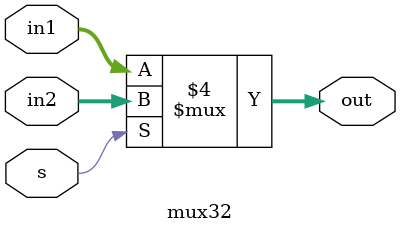
<source format=v>
`timescale 1ns / 1ps
module mux32(in1,in2, s,out);
input [31:0] in1;
input [31:0] in2;
output reg [31:0] out;
input s;

always@(in1,in2,s) begin
if (s==0) out <= in1;
else out <= in2;
end


endmodule

</source>
